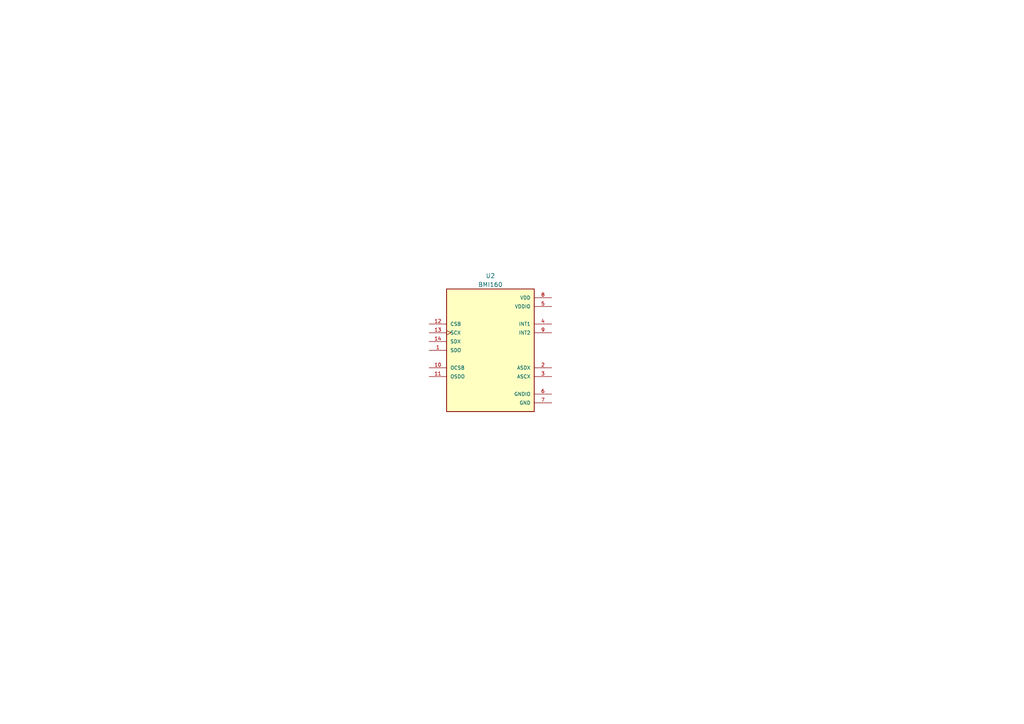
<source format=kicad_sch>
(kicad_sch (version 20230121) (generator eeschema)
  (paper "A4")
  (lib_symbols
    (symbol "Project Library:BMI160" (pin_names (offset 1.016))
      (property "Reference" "U" (at -12.7 18.415 0))
      (property "Value" "BMI160" (at -12.7 -20.32 0))
      (symbol "BMI160_0_0"
        (rectangle (start -12.7 17.78) (end 12.7 -17.78) (stroke (width 0.254)) (fill (type background)))
        (pin bidirectional line (at -17.78 0 0) (length 5.08) (name "SDO") (number "1"))
        (pin input line (at -17.78 -5.08 0) (length 5.08) (name "OCSB") (number "10"))
        (pin output line (at -17.78 -7.62 0) (length 5.08) (name "OSDO") (number "11"))
        (pin input line (at -17.78 7.62 0) (length 5.08) (name "CSB") (number "12"))
        (pin input clock (at -17.78 5.08 0) (length 5.08) (name "SCX") (number "13"))
        (pin bidirectional line (at -17.78 2.54 0) (length 5.08) (name "SDX") (number "14"))
        (pin bidirectional line (at 17.78 -5.08 180) (length 5.08) (name "ASDX") (number "2"))
        (pin bidirectional line (at 17.78 -7.62 180) (length 5.08) (name "ASCX") (number "3"))
        (pin bidirectional line (at 17.78 7.62 180) (length 5.08) (name "INT1") (number "4"))
        (pin power_in line (at 17.78 12.7 180) (length 5.08) (name "VDDIO") (number "5"))
        (pin power_in line (at 17.78 -12.7 180) (length 5.08) (name "GNDIO") (number "6"))
        (pin power_in line (at 17.78 -15.24 180) (length 5.08) (name "GND") (number "7"))
        (pin power_in line (at 17.78 15.24 180) (length 5.08) (name "VDD") (number "8"))
        (pin bidirectional line (at 17.78 5.08 180) (length 5.08) (name "INT2") (number "9"))
      )
    )
  )
  (symbol (lib_id "Project Library:BMI160") (at 142.24 101.6 0) (unit 1)
    (property "Reference" "U2" (at 142.24 80.01 0))
    (property "Value" "BMI160" (at 142.24 82.55 0))
    (property "Footprint" "BMI160:PQFN50P250X300X88-14N" (effects hide))
    (property "MF" "Bosch" (effects hide))
    (property "MAXIMUM_PACKAGE_HEIGHT" "0.88 mm" (effects hide))
    (property "Package" "LGA-14 Bosch" (effects hide))
    (property "MP" "BMI160" (effects hide))
    (property "MANUFACTURER" "Bosch" (effects hide))
  )
)
</source>
